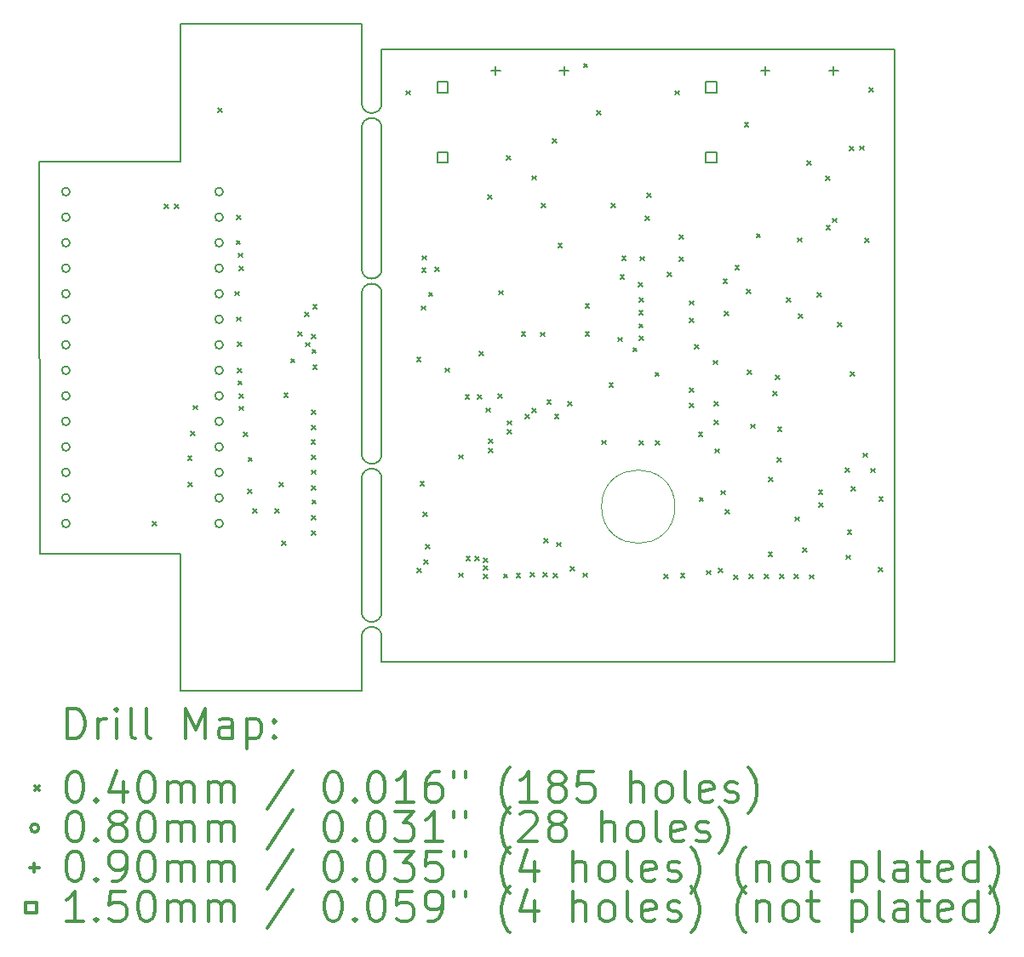
<source format=gbr>
%FSLAX45Y45*%
G04 Gerber Fmt 4.5, Leading zero omitted, Abs format (unit mm)*
G04 Created by KiCad (PCBNEW (5.0.2)-1) date 06/03/2019 17:36:26*
%MOMM*%
%LPD*%
G01*
G04 APERTURE LIST*
%ADD10C,0.150000*%
%ADD11C,0.100000*%
%ADD12C,0.200000*%
%ADD13C,0.300000*%
G04 APERTURE END LIST*
D10*
X7876000Y-14966000D02*
X7875977Y-15504396D01*
X8076000Y-9904000D02*
X8076000Y-11301000D01*
X7876000Y-13393000D02*
X7876000Y-14716000D01*
X8076000Y-11551000D02*
X8076000Y-13142000D01*
X8076000Y-13393000D02*
X8076000Y-14718000D01*
X7876000Y-11550000D02*
X7876000Y-13142000D01*
X7876000Y-9902000D02*
X7876000Y-11302000D01*
X8076000Y-14967000D02*
X8076000Y-15216000D01*
X8076000Y-11301000D02*
G75*
G02X7876000Y-11301000I-100000J0D01*
G01*
X7876000Y-11550000D02*
G75*
G02X8076000Y-11550000I100000J0D01*
G01*
X7876000Y-9902000D02*
G75*
G02X8076000Y-9902000I100000J0D01*
G01*
X8076000Y-9653000D02*
G75*
G02X7876000Y-9653000I-100000J0D01*
G01*
X7876000Y-13392000D02*
G75*
G02X8076000Y-13392000I100000J0D01*
G01*
X8076000Y-13143000D02*
G75*
G02X7876000Y-13143000I-100000J0D01*
G01*
X8076000Y-14717000D02*
G75*
G02X7876000Y-14717000I-100000J0D01*
G01*
X7876000Y-14966000D02*
G75*
G02X8076000Y-14966000I100000J0D01*
G01*
X4672000Y-10235000D02*
X4674000Y-14135000D01*
X4674000Y-14135000D02*
X6075000Y-14135000D01*
X6075000Y-14135000D02*
X6075000Y-15505000D01*
X6075000Y-15505000D02*
X7669176Y-15504569D01*
X7664176Y-15504569D02*
X7875176Y-15504569D01*
X7875000Y-8864000D02*
X7876000Y-9654000D01*
X6072000Y-8864000D02*
X7875000Y-8864000D01*
X6072000Y-10235000D02*
X6072000Y-8864000D01*
X4672000Y-10235000D02*
X6072000Y-10235000D01*
D11*
X10992000Y-13670000D02*
G75*
G03X10992000Y-13670000I-365000J0D01*
G01*
D10*
X13176000Y-15216000D02*
X13176000Y-9116000D01*
X13176000Y-15216000D02*
X8076000Y-15216000D01*
X8076000Y-9116000D02*
X8076000Y-9653000D01*
X8076000Y-9116000D02*
X13176000Y-9116000D01*
D12*
X5797978Y-13816396D02*
X5837978Y-13856396D01*
X5837978Y-13816396D02*
X5797978Y-13856396D01*
X5913977Y-10661396D02*
X5953977Y-10701396D01*
X5953977Y-10661396D02*
X5913977Y-10701396D01*
X6015977Y-10661396D02*
X6055977Y-10701396D01*
X6055977Y-10661396D02*
X6015977Y-10701396D01*
X6147977Y-13169396D02*
X6187977Y-13209396D01*
X6187977Y-13169396D02*
X6147977Y-13209396D01*
X6151977Y-13430396D02*
X6191977Y-13470396D01*
X6191977Y-13430396D02*
X6151977Y-13470396D01*
X6174977Y-12923396D02*
X6214977Y-12963396D01*
X6214977Y-12923396D02*
X6174977Y-12963396D01*
X6199977Y-12663396D02*
X6239977Y-12703396D01*
X6239977Y-12663396D02*
X6199977Y-12703396D01*
X6448977Y-9705396D02*
X6488977Y-9745396D01*
X6488977Y-9705396D02*
X6448977Y-9745396D01*
X6618977Y-11529396D02*
X6658977Y-11569396D01*
X6658977Y-11529396D02*
X6618977Y-11569396D01*
X6628977Y-11019396D02*
X6668977Y-11059396D01*
X6668977Y-11019396D02*
X6628977Y-11059396D01*
X6630977Y-10768396D02*
X6670977Y-10808396D01*
X6670977Y-10768396D02*
X6630977Y-10808396D01*
X6631977Y-11782396D02*
X6671977Y-11822396D01*
X6671977Y-11782396D02*
X6631977Y-11822396D01*
X6641977Y-12294396D02*
X6681977Y-12334396D01*
X6681977Y-12294396D02*
X6641977Y-12334396D01*
X6643977Y-12029396D02*
X6683977Y-12069396D01*
X6683977Y-12029396D02*
X6643977Y-12069396D01*
X6645977Y-12417396D02*
X6685977Y-12457396D01*
X6685977Y-12417396D02*
X6645977Y-12457396D01*
X6651000Y-11148000D02*
X6691000Y-11188000D01*
X6691000Y-11148000D02*
X6651000Y-11188000D01*
X6656977Y-12672396D02*
X6696977Y-12712396D01*
X6696977Y-12672396D02*
X6656977Y-12712396D01*
X6658469Y-11277396D02*
X6698469Y-11317396D01*
X6698469Y-11277396D02*
X6658469Y-11317396D01*
X6658469Y-12546396D02*
X6698469Y-12586396D01*
X6698469Y-12546396D02*
X6658469Y-12586396D01*
X6703470Y-12929396D02*
X6743470Y-12969396D01*
X6743470Y-12929396D02*
X6703470Y-12969396D01*
X6740977Y-13497396D02*
X6780977Y-13537396D01*
X6780977Y-13497396D02*
X6740977Y-13537396D01*
X6748471Y-13179396D02*
X6788471Y-13219396D01*
X6788471Y-13179396D02*
X6748471Y-13219396D01*
X6791977Y-13690396D02*
X6831977Y-13730396D01*
X6831977Y-13690396D02*
X6791977Y-13730396D01*
X7014977Y-13690396D02*
X7054977Y-13730396D01*
X7054977Y-13690396D02*
X7014977Y-13730396D01*
X7056977Y-13427396D02*
X7096977Y-13467396D01*
X7096977Y-13427396D02*
X7056977Y-13467396D01*
X7080977Y-14012000D02*
X7120977Y-14052000D01*
X7120977Y-14012000D02*
X7080977Y-14052000D01*
X7102977Y-12541396D02*
X7142977Y-12581396D01*
X7142977Y-12541396D02*
X7102977Y-12581396D01*
X7171977Y-12196396D02*
X7211977Y-12236396D01*
X7211977Y-12196396D02*
X7171977Y-12236396D01*
X7242977Y-11933396D02*
X7282977Y-11973396D01*
X7282977Y-11933396D02*
X7242977Y-11973396D01*
X7312000Y-11737000D02*
X7352000Y-11777000D01*
X7352000Y-11737000D02*
X7312000Y-11777000D01*
X7317977Y-12035396D02*
X7357977Y-12075396D01*
X7357977Y-12035396D02*
X7317977Y-12075396D01*
X7375478Y-13003396D02*
X7415478Y-13043396D01*
X7415478Y-13003396D02*
X7375478Y-13043396D01*
X7375977Y-12861396D02*
X7415977Y-12901396D01*
X7415977Y-12861396D02*
X7375977Y-12901396D01*
X7375977Y-13757396D02*
X7415977Y-13797396D01*
X7415977Y-13757396D02*
X7375977Y-13797396D01*
X7376977Y-13306396D02*
X7416977Y-13346396D01*
X7416977Y-13306396D02*
X7376977Y-13346396D01*
X7376977Y-13911396D02*
X7416977Y-13951396D01*
X7416977Y-13911396D02*
X7376977Y-13951396D01*
X7377977Y-11956396D02*
X7417977Y-11996396D01*
X7417977Y-11956396D02*
X7377977Y-11996396D01*
X7378977Y-13156396D02*
X7418977Y-13196396D01*
X7418977Y-13156396D02*
X7378977Y-13196396D01*
X7379977Y-13460396D02*
X7419977Y-13500396D01*
X7419977Y-13460396D02*
X7379977Y-13500396D01*
X7380977Y-12706396D02*
X7420977Y-12746396D01*
X7420977Y-12706396D02*
X7380977Y-12746396D01*
X7381977Y-12104396D02*
X7421977Y-12144396D01*
X7421977Y-12104396D02*
X7381977Y-12144396D01*
X7382977Y-13603396D02*
X7422977Y-13643396D01*
X7422977Y-13603396D02*
X7382977Y-13643396D01*
X7390977Y-12261396D02*
X7430977Y-12301396D01*
X7430977Y-12261396D02*
X7390977Y-12301396D01*
X7391977Y-11658396D02*
X7431977Y-11698396D01*
X7431977Y-11658396D02*
X7391977Y-11698396D01*
X8320000Y-9530000D02*
X8360000Y-9570000D01*
X8360000Y-9530000D02*
X8320000Y-9570000D01*
X8424000Y-12187000D02*
X8464000Y-12227000D01*
X8464000Y-12187000D02*
X8424000Y-12227000D01*
X8431000Y-14282000D02*
X8471000Y-14322000D01*
X8471000Y-14282000D02*
X8431000Y-14322000D01*
X8458000Y-13423000D02*
X8498000Y-13463000D01*
X8498000Y-13423000D02*
X8458000Y-13463000D01*
X8474000Y-11672000D02*
X8514000Y-11712000D01*
X8514000Y-11672000D02*
X8474000Y-11712000D01*
X8475000Y-11293000D02*
X8515000Y-11333000D01*
X8515000Y-11293000D02*
X8475000Y-11333000D01*
X8479000Y-11172000D02*
X8519000Y-11212000D01*
X8519000Y-11172000D02*
X8479000Y-11212000D01*
X8486000Y-13725000D02*
X8526000Y-13765000D01*
X8526000Y-13725000D02*
X8486000Y-13765000D01*
X8494000Y-14201000D02*
X8534000Y-14241000D01*
X8534000Y-14201000D02*
X8494000Y-14241000D01*
X8512000Y-14046000D02*
X8552000Y-14086000D01*
X8552000Y-14046000D02*
X8512000Y-14086000D01*
X8542000Y-11536000D02*
X8582000Y-11576000D01*
X8582000Y-11536000D02*
X8542000Y-11576000D01*
X8608000Y-11285000D02*
X8648000Y-11325000D01*
X8648000Y-11285000D02*
X8608000Y-11325000D01*
X8709000Y-12291000D02*
X8749000Y-12331000D01*
X8749000Y-12291000D02*
X8709000Y-12331000D01*
X8846000Y-13153000D02*
X8886000Y-13193000D01*
X8886000Y-13153000D02*
X8846000Y-13193000D01*
X8846000Y-14330000D02*
X8886000Y-14370000D01*
X8886000Y-14330000D02*
X8846000Y-14370000D01*
X8905998Y-12554998D02*
X8945998Y-12594998D01*
X8945998Y-12554998D02*
X8905998Y-12594998D01*
X8916000Y-14165000D02*
X8956000Y-14205000D01*
X8956000Y-14165000D02*
X8916000Y-14205000D01*
X9002001Y-14164975D02*
X9042001Y-14204975D01*
X9042001Y-14164975D02*
X9002001Y-14204975D01*
X9031000Y-12554000D02*
X9071000Y-12594000D01*
X9071000Y-12554000D02*
X9031000Y-12594000D01*
X9044000Y-12126000D02*
X9084000Y-12166000D01*
X9084000Y-12126000D02*
X9044000Y-12166000D01*
X9088284Y-14341901D02*
X9128284Y-14381901D01*
X9128284Y-14341901D02*
X9088284Y-14381901D01*
X9089955Y-14260498D02*
X9129955Y-14300498D01*
X9129955Y-14260498D02*
X9089955Y-14300498D01*
X9091000Y-14180503D02*
X9131000Y-14220503D01*
X9131000Y-14180503D02*
X9091000Y-14220503D01*
X9115000Y-12689000D02*
X9155000Y-12729000D01*
X9155000Y-12689000D02*
X9115000Y-12729000D01*
X9130000Y-10570000D02*
X9170000Y-10610000D01*
X9170000Y-10570000D02*
X9130000Y-10610000D01*
X9137000Y-13089000D02*
X9177000Y-13129000D01*
X9177000Y-13089000D02*
X9137000Y-13129000D01*
X9137009Y-12995057D02*
X9177009Y-13035057D01*
X9177009Y-12995057D02*
X9137009Y-13035057D01*
X9233000Y-12546000D02*
X9273000Y-12586000D01*
X9273000Y-12546000D02*
X9233000Y-12586000D01*
X9242500Y-11520000D02*
X9282500Y-11560000D01*
X9282500Y-11520000D02*
X9242500Y-11560000D01*
X9288000Y-14339000D02*
X9328000Y-14379000D01*
X9328000Y-14339000D02*
X9288000Y-14379000D01*
X9319000Y-10177000D02*
X9359000Y-10217000D01*
X9359000Y-10177000D02*
X9319000Y-10217000D01*
X9328305Y-12904695D02*
X9368305Y-12944695D01*
X9368305Y-12904695D02*
X9328305Y-12944695D01*
X9328306Y-12816306D02*
X9368306Y-12856306D01*
X9368306Y-12816306D02*
X9328306Y-12856306D01*
X9415000Y-14335000D02*
X9455000Y-14375000D01*
X9455000Y-14335000D02*
X9415000Y-14375000D01*
X9466000Y-11929000D02*
X9506000Y-11969000D01*
X9506000Y-11929000D02*
X9466000Y-11969000D01*
X9502001Y-12753806D02*
X9542001Y-12793806D01*
X9542001Y-12753806D02*
X9502001Y-12793806D01*
X9553001Y-14328001D02*
X9593001Y-14368001D01*
X9593001Y-14328001D02*
X9553001Y-14368001D01*
X9569000Y-10377000D02*
X9609000Y-10417000D01*
X9609000Y-10377000D02*
X9569000Y-10417000D01*
X9573000Y-12691306D02*
X9613000Y-12731306D01*
X9613000Y-12691306D02*
X9573000Y-12731306D01*
X9658000Y-11934000D02*
X9698000Y-11974000D01*
X9698000Y-11934000D02*
X9658000Y-11974000D01*
X9662500Y-10655000D02*
X9702500Y-10695000D01*
X9702500Y-10655000D02*
X9662500Y-10695000D01*
X9682000Y-14324390D02*
X9722000Y-14364390D01*
X9722000Y-14324390D02*
X9682000Y-14364390D01*
X9691000Y-13988000D02*
X9731000Y-14028000D01*
X9731000Y-13988000D02*
X9691000Y-14028000D01*
X9720000Y-12605000D02*
X9760000Y-12645000D01*
X9760000Y-12605000D02*
X9720000Y-12645000D01*
X9775000Y-10007500D02*
X9815000Y-10047500D01*
X9815000Y-10007500D02*
X9775000Y-10047500D01*
X9782000Y-14336000D02*
X9822000Y-14376000D01*
X9822000Y-14336000D02*
X9782000Y-14376000D01*
X9796000Y-12752000D02*
X9836000Y-12792000D01*
X9836000Y-12752000D02*
X9796000Y-12792000D01*
X9817805Y-14025195D02*
X9857805Y-14065195D01*
X9857805Y-14025195D02*
X9817805Y-14065195D01*
X9829000Y-11050000D02*
X9869000Y-11090000D01*
X9869000Y-11050000D02*
X9829000Y-11090000D01*
X9929500Y-12621806D02*
X9969500Y-12661806D01*
X9969500Y-12621806D02*
X9929500Y-12661806D01*
X9951000Y-14266502D02*
X9991000Y-14306502D01*
X9991000Y-14266502D02*
X9951000Y-14306502D01*
X10077000Y-14331000D02*
X10117000Y-14371000D01*
X10117000Y-14331000D02*
X10077000Y-14371000D01*
X10085000Y-9260000D02*
X10125000Y-9300000D01*
X10125000Y-9260000D02*
X10085000Y-9300000D01*
X10100000Y-11652000D02*
X10140000Y-11692000D01*
X10140000Y-11652000D02*
X10100000Y-11692000D01*
X10101000Y-11928000D02*
X10141000Y-11968000D01*
X10141000Y-11928000D02*
X10101000Y-11968000D01*
X10217500Y-9727500D02*
X10257500Y-9767500D01*
X10257500Y-9727500D02*
X10217500Y-9767500D01*
X10269000Y-13010000D02*
X10309000Y-13050000D01*
X10309000Y-13010000D02*
X10269000Y-13050000D01*
X10337500Y-12440000D02*
X10377500Y-12480000D01*
X10377500Y-12440000D02*
X10337500Y-12480000D01*
X10361000Y-10655000D02*
X10401000Y-10695000D01*
X10401000Y-10655000D02*
X10361000Y-10695000D01*
X10425000Y-11985000D02*
X10465000Y-12025000D01*
X10465000Y-11985000D02*
X10425000Y-12025000D01*
X10447732Y-11363799D02*
X10487732Y-11403799D01*
X10487732Y-11363799D02*
X10447732Y-11403799D01*
X10464000Y-11175000D02*
X10504000Y-11215000D01*
X10504000Y-11175000D02*
X10464000Y-11215000D01*
X10574000Y-12088000D02*
X10614000Y-12128000D01*
X10614000Y-12088000D02*
X10574000Y-12128000D01*
X10629287Y-11438713D02*
X10669287Y-11478713D01*
X10669287Y-11438713D02*
X10629287Y-11478713D01*
X10634000Y-11720500D02*
X10674000Y-11760500D01*
X10674000Y-11720500D02*
X10634000Y-11760500D01*
X10635000Y-11849000D02*
X10675000Y-11889000D01*
X10675000Y-11849000D02*
X10635000Y-11889000D01*
X10637500Y-11972500D02*
X10677500Y-12012500D01*
X10677500Y-11972500D02*
X10637500Y-12012500D01*
X10638000Y-13014000D02*
X10678000Y-13054000D01*
X10678000Y-13014000D02*
X10638000Y-13054000D01*
X10640000Y-11593500D02*
X10680000Y-11633500D01*
X10680000Y-11593500D02*
X10640000Y-11633500D01*
X10647000Y-11180000D02*
X10687000Y-11220000D01*
X10687000Y-11180000D02*
X10647000Y-11220000D01*
X10697500Y-10780000D02*
X10737500Y-10820000D01*
X10737500Y-10780000D02*
X10697500Y-10820000D01*
X10717000Y-10550000D02*
X10757000Y-10590000D01*
X10757000Y-10550000D02*
X10717000Y-10590000D01*
X10795000Y-12332000D02*
X10835000Y-12372000D01*
X10835000Y-12332000D02*
X10795000Y-12372000D01*
X10797000Y-13017000D02*
X10837000Y-13057000D01*
X10837000Y-13017000D02*
X10797000Y-13057000D01*
X10885000Y-14341505D02*
X10925000Y-14381505D01*
X10925000Y-14341505D02*
X10885000Y-14381505D01*
X10918000Y-11339000D02*
X10958000Y-11379000D01*
X10958000Y-11339000D02*
X10918000Y-11379000D01*
X10992500Y-9530000D02*
X11032500Y-9570000D01*
X11032500Y-9530000D02*
X10992500Y-9570000D01*
X11034000Y-10968000D02*
X11074000Y-11008000D01*
X11074000Y-10968000D02*
X11034000Y-11008000D01*
X11034000Y-11184000D02*
X11074000Y-11224000D01*
X11074000Y-11184000D02*
X11034000Y-11224000D01*
X11048000Y-14332000D02*
X11088000Y-14372000D01*
X11088000Y-14332000D02*
X11048000Y-14372000D01*
X11137000Y-11621000D02*
X11177000Y-11661000D01*
X11177000Y-11621000D02*
X11137000Y-11661000D01*
X11137000Y-11795500D02*
X11177000Y-11835500D01*
X11177000Y-11795500D02*
X11137000Y-11835500D01*
X11140999Y-12487000D02*
X11180999Y-12527000D01*
X11180999Y-12487000D02*
X11140999Y-12527000D01*
X11140999Y-12644000D02*
X11180999Y-12684000D01*
X11180999Y-12644000D02*
X11140999Y-12684000D01*
X11186000Y-12058000D02*
X11226000Y-12098000D01*
X11226000Y-12058000D02*
X11186000Y-12098000D01*
X11228067Y-12928999D02*
X11268067Y-12968999D01*
X11268067Y-12928999D02*
X11228067Y-12968999D01*
X11235000Y-13577000D02*
X11275000Y-13617000D01*
X11275000Y-13577000D02*
X11235000Y-13617000D01*
X11308000Y-14306000D02*
X11348000Y-14346000D01*
X11348000Y-14306000D02*
X11308000Y-14346000D01*
X11378000Y-12215000D02*
X11418000Y-12255000D01*
X11418000Y-12215000D02*
X11378000Y-12255000D01*
X11381000Y-12622000D02*
X11421000Y-12662000D01*
X11421000Y-12622000D02*
X11381000Y-12662000D01*
X11385000Y-12809000D02*
X11425000Y-12849000D01*
X11425000Y-12809000D02*
X11385000Y-12849000D01*
X11394000Y-13095001D02*
X11434000Y-13135001D01*
X11434000Y-13095001D02*
X11394000Y-13135001D01*
X11424000Y-14283000D02*
X11464000Y-14323000D01*
X11464000Y-14283000D02*
X11424000Y-14323000D01*
X11451000Y-13509000D02*
X11491000Y-13549000D01*
X11491000Y-13509000D02*
X11451000Y-13549000D01*
X11473000Y-11404000D02*
X11513000Y-11444000D01*
X11513000Y-11404000D02*
X11473000Y-11444000D01*
X11487000Y-11727000D02*
X11527000Y-11767000D01*
X11527000Y-11727000D02*
X11487000Y-11767000D01*
X11493000Y-13698000D02*
X11533000Y-13738000D01*
X11533000Y-13698000D02*
X11493000Y-13738000D01*
X11580000Y-14349501D02*
X11620000Y-14389501D01*
X11620000Y-14349501D02*
X11580000Y-14389501D01*
X11590000Y-11270000D02*
X11630000Y-11310000D01*
X11630000Y-11270000D02*
X11590000Y-11310000D01*
X11684000Y-9849000D02*
X11724000Y-9889000D01*
X11724000Y-9849000D02*
X11684000Y-9889000D01*
X11704000Y-11509000D02*
X11744000Y-11549000D01*
X11744000Y-11509000D02*
X11704000Y-11549000D01*
X11712000Y-12314000D02*
X11752000Y-12354000D01*
X11752000Y-12314000D02*
X11712000Y-12354000D01*
X11731000Y-14344000D02*
X11771000Y-14384000D01*
X11771000Y-14344000D02*
X11731000Y-14384000D01*
X11747000Y-12849000D02*
X11787000Y-12889000D01*
X11787000Y-12849000D02*
X11747000Y-12889000D01*
X11802500Y-10952500D02*
X11842500Y-10992500D01*
X11842500Y-10952500D02*
X11802500Y-10992500D01*
X11881000Y-14344000D02*
X11921000Y-14384000D01*
X11921000Y-14344000D02*
X11881000Y-14384000D01*
X11921000Y-14120502D02*
X11961000Y-14160502D01*
X11961000Y-14120502D02*
X11921000Y-14160502D01*
X11922500Y-13380000D02*
X11962500Y-13420000D01*
X11962500Y-13380000D02*
X11922500Y-13420000D01*
X11970000Y-12525000D02*
X12010000Y-12565000D01*
X12010000Y-12525000D02*
X11970000Y-12565000D01*
X11993000Y-12362000D02*
X12033000Y-12402000D01*
X12033000Y-12362000D02*
X11993000Y-12402000D01*
X12012000Y-13186000D02*
X12052000Y-13226000D01*
X12052000Y-13186000D02*
X12012000Y-13226000D01*
X12014000Y-12877000D02*
X12054000Y-12917000D01*
X12054000Y-12877000D02*
X12014000Y-12917000D01*
X12035000Y-14342000D02*
X12075000Y-14382000D01*
X12075000Y-14342000D02*
X12035000Y-14382000D01*
X12105000Y-11594000D02*
X12145000Y-11634000D01*
X12145000Y-11594000D02*
X12105000Y-11634000D01*
X12182000Y-14343000D02*
X12222000Y-14383000D01*
X12222000Y-14343000D02*
X12182000Y-14383000D01*
X12187000Y-13771000D02*
X12227000Y-13811000D01*
X12227000Y-13771000D02*
X12187000Y-13811000D01*
X12215000Y-10996000D02*
X12255000Y-11036000D01*
X12255000Y-10996000D02*
X12215000Y-11036000D01*
X12221000Y-11751000D02*
X12261000Y-11791000D01*
X12261000Y-11751000D02*
X12221000Y-11791000D01*
X12267000Y-14079000D02*
X12307000Y-14119000D01*
X12307000Y-14079000D02*
X12267000Y-14119000D01*
X12306000Y-10229000D02*
X12346000Y-10269000D01*
X12346000Y-10229000D02*
X12306000Y-10269000D01*
X12328999Y-14347000D02*
X12368999Y-14387000D01*
X12368999Y-14347000D02*
X12328999Y-14387000D01*
X12410000Y-11540000D02*
X12450000Y-11580000D01*
X12450000Y-11540000D02*
X12410000Y-11580000D01*
X12421000Y-13508000D02*
X12461000Y-13548000D01*
X12461000Y-13508000D02*
X12421000Y-13548000D01*
X12423000Y-13635000D02*
X12463000Y-13675000D01*
X12463000Y-13635000D02*
X12423000Y-13675000D01*
X12494000Y-10382500D02*
X12534000Y-10422500D01*
X12534000Y-10382500D02*
X12494000Y-10422500D01*
X12496000Y-10871000D02*
X12536000Y-10911000D01*
X12536000Y-10871000D02*
X12496000Y-10911000D01*
X12558500Y-10801000D02*
X12598500Y-10841000D01*
X12598500Y-10801000D02*
X12558500Y-10841000D01*
X12610000Y-11840000D02*
X12650000Y-11880000D01*
X12650000Y-11840000D02*
X12610000Y-11880000D01*
X12687000Y-13288000D02*
X12727000Y-13328000D01*
X12727000Y-13288000D02*
X12687000Y-13328000D01*
X12698000Y-14154000D02*
X12738000Y-14194000D01*
X12738000Y-14154000D02*
X12698000Y-14194000D01*
X12708000Y-13905000D02*
X12748000Y-13945000D01*
X12748000Y-13905000D02*
X12708000Y-13945000D01*
X12728000Y-10084000D02*
X12768000Y-10124000D01*
X12768000Y-10084000D02*
X12728000Y-10124000D01*
X12737500Y-12330000D02*
X12777500Y-12370000D01*
X12777500Y-12330000D02*
X12737500Y-12370000D01*
X12745000Y-13470000D02*
X12785000Y-13510000D01*
X12785000Y-13470000D02*
X12745000Y-13510000D01*
X12831000Y-10081000D02*
X12871000Y-10121000D01*
X12871000Y-10081000D02*
X12831000Y-10121000D01*
X12867000Y-13137999D02*
X12907000Y-13177999D01*
X12907000Y-13137999D02*
X12867000Y-13177999D01*
X12880000Y-10997500D02*
X12920000Y-11037500D01*
X12920000Y-10997500D02*
X12880000Y-11037500D01*
X12925000Y-9497500D02*
X12965000Y-9537500D01*
X12965000Y-9497500D02*
X12925000Y-9537500D01*
X12943000Y-13290000D02*
X12983000Y-13330000D01*
X12983000Y-13290000D02*
X12943000Y-13330000D01*
X13017998Y-14275000D02*
X13057998Y-14315000D01*
X13057998Y-14275000D02*
X13017998Y-14315000D01*
X13021000Y-13572000D02*
X13061000Y-13612000D01*
X13061000Y-13572000D02*
X13021000Y-13612000D01*
X4973978Y-10534396D02*
G75*
G03X4973978Y-10534396I-40000J0D01*
G01*
X4973978Y-10788396D02*
G75*
G03X4973978Y-10788396I-40000J0D01*
G01*
X4973978Y-11042396D02*
G75*
G03X4973978Y-11042396I-40000J0D01*
G01*
X4973978Y-11296396D02*
G75*
G03X4973978Y-11296396I-40000J0D01*
G01*
X4973978Y-11550396D02*
G75*
G03X4973978Y-11550396I-40000J0D01*
G01*
X4973978Y-11804396D02*
G75*
G03X4973978Y-11804396I-40000J0D01*
G01*
X4973978Y-12058396D02*
G75*
G03X4973978Y-12058396I-40000J0D01*
G01*
X4973978Y-12312396D02*
G75*
G03X4973978Y-12312396I-40000J0D01*
G01*
X4973978Y-12566396D02*
G75*
G03X4973978Y-12566396I-40000J0D01*
G01*
X4973978Y-12820396D02*
G75*
G03X4973978Y-12820396I-40000J0D01*
G01*
X4973978Y-13074396D02*
G75*
G03X4973978Y-13074396I-40000J0D01*
G01*
X4973978Y-13328396D02*
G75*
G03X4973978Y-13328396I-40000J0D01*
G01*
X4973978Y-13582396D02*
G75*
G03X4973978Y-13582396I-40000J0D01*
G01*
X4973978Y-13836396D02*
G75*
G03X4973978Y-13836396I-40000J0D01*
G01*
X6497977Y-10534396D02*
G75*
G03X6497977Y-10534396I-40000J0D01*
G01*
X6497977Y-10788396D02*
G75*
G03X6497977Y-10788396I-40000J0D01*
G01*
X6497977Y-11042396D02*
G75*
G03X6497977Y-11042396I-40000J0D01*
G01*
X6497977Y-11296396D02*
G75*
G03X6497977Y-11296396I-40000J0D01*
G01*
X6497977Y-11550396D02*
G75*
G03X6497977Y-11550396I-40000J0D01*
G01*
X6497977Y-11804396D02*
G75*
G03X6497977Y-11804396I-40000J0D01*
G01*
X6497977Y-12058396D02*
G75*
G03X6497977Y-12058396I-40000J0D01*
G01*
X6497977Y-12312396D02*
G75*
G03X6497977Y-12312396I-40000J0D01*
G01*
X6497977Y-12566396D02*
G75*
G03X6497977Y-12566396I-40000J0D01*
G01*
X6497977Y-12820396D02*
G75*
G03X6497977Y-12820396I-40000J0D01*
G01*
X6497977Y-13074396D02*
G75*
G03X6497977Y-13074396I-40000J0D01*
G01*
X6497977Y-13328396D02*
G75*
G03X6497977Y-13328396I-40000J0D01*
G01*
X6497977Y-13582396D02*
G75*
G03X6497977Y-13582396I-40000J0D01*
G01*
X6497977Y-13836396D02*
G75*
G03X6497977Y-13836396I-40000J0D01*
G01*
X11890000Y-9285000D02*
X11890000Y-9375000D01*
X11845000Y-9330000D02*
X11935000Y-9330000D01*
X12570000Y-9285000D02*
X12570000Y-9375000D01*
X12525000Y-9330000D02*
X12615000Y-9330000D01*
X9210000Y-9285000D02*
X9210000Y-9375000D01*
X9165000Y-9330000D02*
X9255000Y-9330000D01*
X9890000Y-9285000D02*
X9890000Y-9375000D01*
X9845000Y-9330000D02*
X9935000Y-9330000D01*
X8733034Y-9548034D02*
X8733034Y-9441967D01*
X8626967Y-9441967D01*
X8626967Y-9548034D01*
X8733034Y-9548034D01*
X8733034Y-10248034D02*
X8733034Y-10141967D01*
X8626967Y-10141967D01*
X8626967Y-10248034D01*
X8733034Y-10248034D01*
X11405533Y-9548034D02*
X11405533Y-9441967D01*
X11299466Y-9441967D01*
X11299466Y-9548034D01*
X11405533Y-9548034D01*
X11405533Y-10248034D02*
X11405533Y-10141967D01*
X11299466Y-10141967D01*
X11299466Y-10248034D01*
X11405533Y-10248034D01*
D13*
X4950928Y-15978214D02*
X4950928Y-15678214D01*
X5022357Y-15678214D01*
X5065214Y-15692500D01*
X5093786Y-15721071D01*
X5108071Y-15749643D01*
X5122357Y-15806786D01*
X5122357Y-15849643D01*
X5108071Y-15906786D01*
X5093786Y-15935357D01*
X5065214Y-15963929D01*
X5022357Y-15978214D01*
X4950928Y-15978214D01*
X5250928Y-15978214D02*
X5250928Y-15778214D01*
X5250928Y-15835357D02*
X5265214Y-15806786D01*
X5279500Y-15792500D01*
X5308071Y-15778214D01*
X5336643Y-15778214D01*
X5436643Y-15978214D02*
X5436643Y-15778214D01*
X5436643Y-15678214D02*
X5422357Y-15692500D01*
X5436643Y-15706786D01*
X5450928Y-15692500D01*
X5436643Y-15678214D01*
X5436643Y-15706786D01*
X5622357Y-15978214D02*
X5593786Y-15963929D01*
X5579500Y-15935357D01*
X5579500Y-15678214D01*
X5779500Y-15978214D02*
X5750928Y-15963929D01*
X5736643Y-15935357D01*
X5736643Y-15678214D01*
X6122357Y-15978214D02*
X6122357Y-15678214D01*
X6222357Y-15892500D01*
X6322357Y-15678214D01*
X6322357Y-15978214D01*
X6593786Y-15978214D02*
X6593786Y-15821071D01*
X6579500Y-15792500D01*
X6550928Y-15778214D01*
X6493786Y-15778214D01*
X6465214Y-15792500D01*
X6593786Y-15963929D02*
X6565214Y-15978214D01*
X6493786Y-15978214D01*
X6465214Y-15963929D01*
X6450928Y-15935357D01*
X6450928Y-15906786D01*
X6465214Y-15878214D01*
X6493786Y-15863929D01*
X6565214Y-15863929D01*
X6593786Y-15849643D01*
X6736643Y-15778214D02*
X6736643Y-16078214D01*
X6736643Y-15792500D02*
X6765214Y-15778214D01*
X6822357Y-15778214D01*
X6850928Y-15792500D01*
X6865214Y-15806786D01*
X6879500Y-15835357D01*
X6879500Y-15921071D01*
X6865214Y-15949643D01*
X6850928Y-15963929D01*
X6822357Y-15978214D01*
X6765214Y-15978214D01*
X6736643Y-15963929D01*
X7008071Y-15949643D02*
X7022357Y-15963929D01*
X7008071Y-15978214D01*
X6993786Y-15963929D01*
X7008071Y-15949643D01*
X7008071Y-15978214D01*
X7008071Y-15792500D02*
X7022357Y-15806786D01*
X7008071Y-15821071D01*
X6993786Y-15806786D01*
X7008071Y-15792500D01*
X7008071Y-15821071D01*
X4624500Y-16452500D02*
X4664500Y-16492500D01*
X4664500Y-16452500D02*
X4624500Y-16492500D01*
X5008071Y-16308214D02*
X5036643Y-16308214D01*
X5065214Y-16322500D01*
X5079500Y-16336786D01*
X5093786Y-16365357D01*
X5108071Y-16422500D01*
X5108071Y-16493929D01*
X5093786Y-16551071D01*
X5079500Y-16579643D01*
X5065214Y-16593929D01*
X5036643Y-16608214D01*
X5008071Y-16608214D01*
X4979500Y-16593929D01*
X4965214Y-16579643D01*
X4950928Y-16551071D01*
X4936643Y-16493929D01*
X4936643Y-16422500D01*
X4950928Y-16365357D01*
X4965214Y-16336786D01*
X4979500Y-16322500D01*
X5008071Y-16308214D01*
X5236643Y-16579643D02*
X5250928Y-16593929D01*
X5236643Y-16608214D01*
X5222357Y-16593929D01*
X5236643Y-16579643D01*
X5236643Y-16608214D01*
X5508071Y-16408214D02*
X5508071Y-16608214D01*
X5436643Y-16293929D02*
X5365214Y-16508214D01*
X5550928Y-16508214D01*
X5722357Y-16308214D02*
X5750928Y-16308214D01*
X5779500Y-16322500D01*
X5793786Y-16336786D01*
X5808071Y-16365357D01*
X5822357Y-16422500D01*
X5822357Y-16493929D01*
X5808071Y-16551071D01*
X5793786Y-16579643D01*
X5779500Y-16593929D01*
X5750928Y-16608214D01*
X5722357Y-16608214D01*
X5693786Y-16593929D01*
X5679500Y-16579643D01*
X5665214Y-16551071D01*
X5650928Y-16493929D01*
X5650928Y-16422500D01*
X5665214Y-16365357D01*
X5679500Y-16336786D01*
X5693786Y-16322500D01*
X5722357Y-16308214D01*
X5950928Y-16608214D02*
X5950928Y-16408214D01*
X5950928Y-16436786D02*
X5965214Y-16422500D01*
X5993786Y-16408214D01*
X6036643Y-16408214D01*
X6065214Y-16422500D01*
X6079500Y-16451071D01*
X6079500Y-16608214D01*
X6079500Y-16451071D02*
X6093786Y-16422500D01*
X6122357Y-16408214D01*
X6165214Y-16408214D01*
X6193786Y-16422500D01*
X6208071Y-16451071D01*
X6208071Y-16608214D01*
X6350928Y-16608214D02*
X6350928Y-16408214D01*
X6350928Y-16436786D02*
X6365214Y-16422500D01*
X6393786Y-16408214D01*
X6436643Y-16408214D01*
X6465214Y-16422500D01*
X6479500Y-16451071D01*
X6479500Y-16608214D01*
X6479500Y-16451071D02*
X6493786Y-16422500D01*
X6522357Y-16408214D01*
X6565214Y-16408214D01*
X6593786Y-16422500D01*
X6608071Y-16451071D01*
X6608071Y-16608214D01*
X7193786Y-16293929D02*
X6936643Y-16679643D01*
X7579500Y-16308214D02*
X7608071Y-16308214D01*
X7636643Y-16322500D01*
X7650928Y-16336786D01*
X7665214Y-16365357D01*
X7679500Y-16422500D01*
X7679500Y-16493929D01*
X7665214Y-16551071D01*
X7650928Y-16579643D01*
X7636643Y-16593929D01*
X7608071Y-16608214D01*
X7579500Y-16608214D01*
X7550928Y-16593929D01*
X7536643Y-16579643D01*
X7522357Y-16551071D01*
X7508071Y-16493929D01*
X7508071Y-16422500D01*
X7522357Y-16365357D01*
X7536643Y-16336786D01*
X7550928Y-16322500D01*
X7579500Y-16308214D01*
X7808071Y-16579643D02*
X7822357Y-16593929D01*
X7808071Y-16608214D01*
X7793786Y-16593929D01*
X7808071Y-16579643D01*
X7808071Y-16608214D01*
X8008071Y-16308214D02*
X8036643Y-16308214D01*
X8065214Y-16322500D01*
X8079500Y-16336786D01*
X8093786Y-16365357D01*
X8108071Y-16422500D01*
X8108071Y-16493929D01*
X8093786Y-16551071D01*
X8079500Y-16579643D01*
X8065214Y-16593929D01*
X8036643Y-16608214D01*
X8008071Y-16608214D01*
X7979500Y-16593929D01*
X7965214Y-16579643D01*
X7950928Y-16551071D01*
X7936643Y-16493929D01*
X7936643Y-16422500D01*
X7950928Y-16365357D01*
X7965214Y-16336786D01*
X7979500Y-16322500D01*
X8008071Y-16308214D01*
X8393786Y-16608214D02*
X8222357Y-16608214D01*
X8308071Y-16608214D02*
X8308071Y-16308214D01*
X8279500Y-16351071D01*
X8250928Y-16379643D01*
X8222357Y-16393929D01*
X8650928Y-16308214D02*
X8593786Y-16308214D01*
X8565214Y-16322500D01*
X8550928Y-16336786D01*
X8522357Y-16379643D01*
X8508071Y-16436786D01*
X8508071Y-16551071D01*
X8522357Y-16579643D01*
X8536643Y-16593929D01*
X8565214Y-16608214D01*
X8622357Y-16608214D01*
X8650928Y-16593929D01*
X8665214Y-16579643D01*
X8679500Y-16551071D01*
X8679500Y-16479643D01*
X8665214Y-16451071D01*
X8650928Y-16436786D01*
X8622357Y-16422500D01*
X8565214Y-16422500D01*
X8536643Y-16436786D01*
X8522357Y-16451071D01*
X8508071Y-16479643D01*
X8793786Y-16308214D02*
X8793786Y-16365357D01*
X8908071Y-16308214D02*
X8908071Y-16365357D01*
X9350928Y-16722500D02*
X9336643Y-16708214D01*
X9308071Y-16665357D01*
X9293786Y-16636786D01*
X9279500Y-16593929D01*
X9265214Y-16522500D01*
X9265214Y-16465357D01*
X9279500Y-16393929D01*
X9293786Y-16351071D01*
X9308071Y-16322500D01*
X9336643Y-16279643D01*
X9350928Y-16265357D01*
X9622357Y-16608214D02*
X9450928Y-16608214D01*
X9536643Y-16608214D02*
X9536643Y-16308214D01*
X9508071Y-16351071D01*
X9479500Y-16379643D01*
X9450928Y-16393929D01*
X9793786Y-16436786D02*
X9765214Y-16422500D01*
X9750928Y-16408214D01*
X9736643Y-16379643D01*
X9736643Y-16365357D01*
X9750928Y-16336786D01*
X9765214Y-16322500D01*
X9793786Y-16308214D01*
X9850928Y-16308214D01*
X9879500Y-16322500D01*
X9893786Y-16336786D01*
X9908071Y-16365357D01*
X9908071Y-16379643D01*
X9893786Y-16408214D01*
X9879500Y-16422500D01*
X9850928Y-16436786D01*
X9793786Y-16436786D01*
X9765214Y-16451071D01*
X9750928Y-16465357D01*
X9736643Y-16493929D01*
X9736643Y-16551071D01*
X9750928Y-16579643D01*
X9765214Y-16593929D01*
X9793786Y-16608214D01*
X9850928Y-16608214D01*
X9879500Y-16593929D01*
X9893786Y-16579643D01*
X9908071Y-16551071D01*
X9908071Y-16493929D01*
X9893786Y-16465357D01*
X9879500Y-16451071D01*
X9850928Y-16436786D01*
X10179500Y-16308214D02*
X10036643Y-16308214D01*
X10022357Y-16451071D01*
X10036643Y-16436786D01*
X10065214Y-16422500D01*
X10136643Y-16422500D01*
X10165214Y-16436786D01*
X10179500Y-16451071D01*
X10193786Y-16479643D01*
X10193786Y-16551071D01*
X10179500Y-16579643D01*
X10165214Y-16593929D01*
X10136643Y-16608214D01*
X10065214Y-16608214D01*
X10036643Y-16593929D01*
X10022357Y-16579643D01*
X10550928Y-16608214D02*
X10550928Y-16308214D01*
X10679500Y-16608214D02*
X10679500Y-16451071D01*
X10665214Y-16422500D01*
X10636643Y-16408214D01*
X10593786Y-16408214D01*
X10565214Y-16422500D01*
X10550928Y-16436786D01*
X10865214Y-16608214D02*
X10836643Y-16593929D01*
X10822357Y-16579643D01*
X10808071Y-16551071D01*
X10808071Y-16465357D01*
X10822357Y-16436786D01*
X10836643Y-16422500D01*
X10865214Y-16408214D01*
X10908071Y-16408214D01*
X10936643Y-16422500D01*
X10950928Y-16436786D01*
X10965214Y-16465357D01*
X10965214Y-16551071D01*
X10950928Y-16579643D01*
X10936643Y-16593929D01*
X10908071Y-16608214D01*
X10865214Y-16608214D01*
X11136643Y-16608214D02*
X11108071Y-16593929D01*
X11093786Y-16565357D01*
X11093786Y-16308214D01*
X11365214Y-16593929D02*
X11336643Y-16608214D01*
X11279500Y-16608214D01*
X11250928Y-16593929D01*
X11236643Y-16565357D01*
X11236643Y-16451071D01*
X11250928Y-16422500D01*
X11279500Y-16408214D01*
X11336643Y-16408214D01*
X11365214Y-16422500D01*
X11379500Y-16451071D01*
X11379500Y-16479643D01*
X11236643Y-16508214D01*
X11493786Y-16593929D02*
X11522357Y-16608214D01*
X11579500Y-16608214D01*
X11608071Y-16593929D01*
X11622357Y-16565357D01*
X11622357Y-16551071D01*
X11608071Y-16522500D01*
X11579500Y-16508214D01*
X11536643Y-16508214D01*
X11508071Y-16493929D01*
X11493786Y-16465357D01*
X11493786Y-16451071D01*
X11508071Y-16422500D01*
X11536643Y-16408214D01*
X11579500Y-16408214D01*
X11608071Y-16422500D01*
X11722357Y-16722500D02*
X11736643Y-16708214D01*
X11765214Y-16665357D01*
X11779500Y-16636786D01*
X11793786Y-16593929D01*
X11808071Y-16522500D01*
X11808071Y-16465357D01*
X11793786Y-16393929D01*
X11779500Y-16351071D01*
X11765214Y-16322500D01*
X11736643Y-16279643D01*
X11722357Y-16265357D01*
X4664500Y-16868500D02*
G75*
G03X4664500Y-16868500I-40000J0D01*
G01*
X5008071Y-16704214D02*
X5036643Y-16704214D01*
X5065214Y-16718500D01*
X5079500Y-16732786D01*
X5093786Y-16761357D01*
X5108071Y-16818500D01*
X5108071Y-16889929D01*
X5093786Y-16947072D01*
X5079500Y-16975643D01*
X5065214Y-16989929D01*
X5036643Y-17004214D01*
X5008071Y-17004214D01*
X4979500Y-16989929D01*
X4965214Y-16975643D01*
X4950928Y-16947072D01*
X4936643Y-16889929D01*
X4936643Y-16818500D01*
X4950928Y-16761357D01*
X4965214Y-16732786D01*
X4979500Y-16718500D01*
X5008071Y-16704214D01*
X5236643Y-16975643D02*
X5250928Y-16989929D01*
X5236643Y-17004214D01*
X5222357Y-16989929D01*
X5236643Y-16975643D01*
X5236643Y-17004214D01*
X5422357Y-16832786D02*
X5393786Y-16818500D01*
X5379500Y-16804214D01*
X5365214Y-16775643D01*
X5365214Y-16761357D01*
X5379500Y-16732786D01*
X5393786Y-16718500D01*
X5422357Y-16704214D01*
X5479500Y-16704214D01*
X5508071Y-16718500D01*
X5522357Y-16732786D01*
X5536643Y-16761357D01*
X5536643Y-16775643D01*
X5522357Y-16804214D01*
X5508071Y-16818500D01*
X5479500Y-16832786D01*
X5422357Y-16832786D01*
X5393786Y-16847072D01*
X5379500Y-16861357D01*
X5365214Y-16889929D01*
X5365214Y-16947072D01*
X5379500Y-16975643D01*
X5393786Y-16989929D01*
X5422357Y-17004214D01*
X5479500Y-17004214D01*
X5508071Y-16989929D01*
X5522357Y-16975643D01*
X5536643Y-16947072D01*
X5536643Y-16889929D01*
X5522357Y-16861357D01*
X5508071Y-16847072D01*
X5479500Y-16832786D01*
X5722357Y-16704214D02*
X5750928Y-16704214D01*
X5779500Y-16718500D01*
X5793786Y-16732786D01*
X5808071Y-16761357D01*
X5822357Y-16818500D01*
X5822357Y-16889929D01*
X5808071Y-16947072D01*
X5793786Y-16975643D01*
X5779500Y-16989929D01*
X5750928Y-17004214D01*
X5722357Y-17004214D01*
X5693786Y-16989929D01*
X5679500Y-16975643D01*
X5665214Y-16947072D01*
X5650928Y-16889929D01*
X5650928Y-16818500D01*
X5665214Y-16761357D01*
X5679500Y-16732786D01*
X5693786Y-16718500D01*
X5722357Y-16704214D01*
X5950928Y-17004214D02*
X5950928Y-16804214D01*
X5950928Y-16832786D02*
X5965214Y-16818500D01*
X5993786Y-16804214D01*
X6036643Y-16804214D01*
X6065214Y-16818500D01*
X6079500Y-16847072D01*
X6079500Y-17004214D01*
X6079500Y-16847072D02*
X6093786Y-16818500D01*
X6122357Y-16804214D01*
X6165214Y-16804214D01*
X6193786Y-16818500D01*
X6208071Y-16847072D01*
X6208071Y-17004214D01*
X6350928Y-17004214D02*
X6350928Y-16804214D01*
X6350928Y-16832786D02*
X6365214Y-16818500D01*
X6393786Y-16804214D01*
X6436643Y-16804214D01*
X6465214Y-16818500D01*
X6479500Y-16847072D01*
X6479500Y-17004214D01*
X6479500Y-16847072D02*
X6493786Y-16818500D01*
X6522357Y-16804214D01*
X6565214Y-16804214D01*
X6593786Y-16818500D01*
X6608071Y-16847072D01*
X6608071Y-17004214D01*
X7193786Y-16689929D02*
X6936643Y-17075643D01*
X7579500Y-16704214D02*
X7608071Y-16704214D01*
X7636643Y-16718500D01*
X7650928Y-16732786D01*
X7665214Y-16761357D01*
X7679500Y-16818500D01*
X7679500Y-16889929D01*
X7665214Y-16947072D01*
X7650928Y-16975643D01*
X7636643Y-16989929D01*
X7608071Y-17004214D01*
X7579500Y-17004214D01*
X7550928Y-16989929D01*
X7536643Y-16975643D01*
X7522357Y-16947072D01*
X7508071Y-16889929D01*
X7508071Y-16818500D01*
X7522357Y-16761357D01*
X7536643Y-16732786D01*
X7550928Y-16718500D01*
X7579500Y-16704214D01*
X7808071Y-16975643D02*
X7822357Y-16989929D01*
X7808071Y-17004214D01*
X7793786Y-16989929D01*
X7808071Y-16975643D01*
X7808071Y-17004214D01*
X8008071Y-16704214D02*
X8036643Y-16704214D01*
X8065214Y-16718500D01*
X8079500Y-16732786D01*
X8093786Y-16761357D01*
X8108071Y-16818500D01*
X8108071Y-16889929D01*
X8093786Y-16947072D01*
X8079500Y-16975643D01*
X8065214Y-16989929D01*
X8036643Y-17004214D01*
X8008071Y-17004214D01*
X7979500Y-16989929D01*
X7965214Y-16975643D01*
X7950928Y-16947072D01*
X7936643Y-16889929D01*
X7936643Y-16818500D01*
X7950928Y-16761357D01*
X7965214Y-16732786D01*
X7979500Y-16718500D01*
X8008071Y-16704214D01*
X8208071Y-16704214D02*
X8393786Y-16704214D01*
X8293786Y-16818500D01*
X8336643Y-16818500D01*
X8365214Y-16832786D01*
X8379500Y-16847072D01*
X8393786Y-16875643D01*
X8393786Y-16947072D01*
X8379500Y-16975643D01*
X8365214Y-16989929D01*
X8336643Y-17004214D01*
X8250928Y-17004214D01*
X8222357Y-16989929D01*
X8208071Y-16975643D01*
X8679500Y-17004214D02*
X8508071Y-17004214D01*
X8593786Y-17004214D02*
X8593786Y-16704214D01*
X8565214Y-16747071D01*
X8536643Y-16775643D01*
X8508071Y-16789929D01*
X8793786Y-16704214D02*
X8793786Y-16761357D01*
X8908071Y-16704214D02*
X8908071Y-16761357D01*
X9350928Y-17118500D02*
X9336643Y-17104214D01*
X9308071Y-17061357D01*
X9293786Y-17032786D01*
X9279500Y-16989929D01*
X9265214Y-16918500D01*
X9265214Y-16861357D01*
X9279500Y-16789929D01*
X9293786Y-16747071D01*
X9308071Y-16718500D01*
X9336643Y-16675643D01*
X9350928Y-16661357D01*
X9450928Y-16732786D02*
X9465214Y-16718500D01*
X9493786Y-16704214D01*
X9565214Y-16704214D01*
X9593786Y-16718500D01*
X9608071Y-16732786D01*
X9622357Y-16761357D01*
X9622357Y-16789929D01*
X9608071Y-16832786D01*
X9436643Y-17004214D01*
X9622357Y-17004214D01*
X9793786Y-16832786D02*
X9765214Y-16818500D01*
X9750928Y-16804214D01*
X9736643Y-16775643D01*
X9736643Y-16761357D01*
X9750928Y-16732786D01*
X9765214Y-16718500D01*
X9793786Y-16704214D01*
X9850928Y-16704214D01*
X9879500Y-16718500D01*
X9893786Y-16732786D01*
X9908071Y-16761357D01*
X9908071Y-16775643D01*
X9893786Y-16804214D01*
X9879500Y-16818500D01*
X9850928Y-16832786D01*
X9793786Y-16832786D01*
X9765214Y-16847072D01*
X9750928Y-16861357D01*
X9736643Y-16889929D01*
X9736643Y-16947072D01*
X9750928Y-16975643D01*
X9765214Y-16989929D01*
X9793786Y-17004214D01*
X9850928Y-17004214D01*
X9879500Y-16989929D01*
X9893786Y-16975643D01*
X9908071Y-16947072D01*
X9908071Y-16889929D01*
X9893786Y-16861357D01*
X9879500Y-16847072D01*
X9850928Y-16832786D01*
X10265214Y-17004214D02*
X10265214Y-16704214D01*
X10393786Y-17004214D02*
X10393786Y-16847072D01*
X10379500Y-16818500D01*
X10350928Y-16804214D01*
X10308071Y-16804214D01*
X10279500Y-16818500D01*
X10265214Y-16832786D01*
X10579500Y-17004214D02*
X10550928Y-16989929D01*
X10536643Y-16975643D01*
X10522357Y-16947072D01*
X10522357Y-16861357D01*
X10536643Y-16832786D01*
X10550928Y-16818500D01*
X10579500Y-16804214D01*
X10622357Y-16804214D01*
X10650928Y-16818500D01*
X10665214Y-16832786D01*
X10679500Y-16861357D01*
X10679500Y-16947072D01*
X10665214Y-16975643D01*
X10650928Y-16989929D01*
X10622357Y-17004214D01*
X10579500Y-17004214D01*
X10850928Y-17004214D02*
X10822357Y-16989929D01*
X10808071Y-16961357D01*
X10808071Y-16704214D01*
X11079500Y-16989929D02*
X11050928Y-17004214D01*
X10993786Y-17004214D01*
X10965214Y-16989929D01*
X10950928Y-16961357D01*
X10950928Y-16847072D01*
X10965214Y-16818500D01*
X10993786Y-16804214D01*
X11050928Y-16804214D01*
X11079500Y-16818500D01*
X11093786Y-16847072D01*
X11093786Y-16875643D01*
X10950928Y-16904214D01*
X11208071Y-16989929D02*
X11236643Y-17004214D01*
X11293786Y-17004214D01*
X11322357Y-16989929D01*
X11336643Y-16961357D01*
X11336643Y-16947072D01*
X11322357Y-16918500D01*
X11293786Y-16904214D01*
X11250928Y-16904214D01*
X11222357Y-16889929D01*
X11208071Y-16861357D01*
X11208071Y-16847072D01*
X11222357Y-16818500D01*
X11250928Y-16804214D01*
X11293786Y-16804214D01*
X11322357Y-16818500D01*
X11436643Y-17118500D02*
X11450928Y-17104214D01*
X11479500Y-17061357D01*
X11493786Y-17032786D01*
X11508071Y-16989929D01*
X11522357Y-16918500D01*
X11522357Y-16861357D01*
X11508071Y-16789929D01*
X11493786Y-16747071D01*
X11479500Y-16718500D01*
X11450928Y-16675643D01*
X11436643Y-16661357D01*
X4619500Y-17219500D02*
X4619500Y-17309500D01*
X4574500Y-17264500D02*
X4664500Y-17264500D01*
X5008071Y-17100214D02*
X5036643Y-17100214D01*
X5065214Y-17114500D01*
X5079500Y-17128786D01*
X5093786Y-17157357D01*
X5108071Y-17214500D01*
X5108071Y-17285929D01*
X5093786Y-17343072D01*
X5079500Y-17371643D01*
X5065214Y-17385929D01*
X5036643Y-17400214D01*
X5008071Y-17400214D01*
X4979500Y-17385929D01*
X4965214Y-17371643D01*
X4950928Y-17343072D01*
X4936643Y-17285929D01*
X4936643Y-17214500D01*
X4950928Y-17157357D01*
X4965214Y-17128786D01*
X4979500Y-17114500D01*
X5008071Y-17100214D01*
X5236643Y-17371643D02*
X5250928Y-17385929D01*
X5236643Y-17400214D01*
X5222357Y-17385929D01*
X5236643Y-17371643D01*
X5236643Y-17400214D01*
X5393786Y-17400214D02*
X5450928Y-17400214D01*
X5479500Y-17385929D01*
X5493786Y-17371643D01*
X5522357Y-17328786D01*
X5536643Y-17271643D01*
X5536643Y-17157357D01*
X5522357Y-17128786D01*
X5508071Y-17114500D01*
X5479500Y-17100214D01*
X5422357Y-17100214D01*
X5393786Y-17114500D01*
X5379500Y-17128786D01*
X5365214Y-17157357D01*
X5365214Y-17228786D01*
X5379500Y-17257357D01*
X5393786Y-17271643D01*
X5422357Y-17285929D01*
X5479500Y-17285929D01*
X5508071Y-17271643D01*
X5522357Y-17257357D01*
X5536643Y-17228786D01*
X5722357Y-17100214D02*
X5750928Y-17100214D01*
X5779500Y-17114500D01*
X5793786Y-17128786D01*
X5808071Y-17157357D01*
X5822357Y-17214500D01*
X5822357Y-17285929D01*
X5808071Y-17343072D01*
X5793786Y-17371643D01*
X5779500Y-17385929D01*
X5750928Y-17400214D01*
X5722357Y-17400214D01*
X5693786Y-17385929D01*
X5679500Y-17371643D01*
X5665214Y-17343072D01*
X5650928Y-17285929D01*
X5650928Y-17214500D01*
X5665214Y-17157357D01*
X5679500Y-17128786D01*
X5693786Y-17114500D01*
X5722357Y-17100214D01*
X5950928Y-17400214D02*
X5950928Y-17200214D01*
X5950928Y-17228786D02*
X5965214Y-17214500D01*
X5993786Y-17200214D01*
X6036643Y-17200214D01*
X6065214Y-17214500D01*
X6079500Y-17243072D01*
X6079500Y-17400214D01*
X6079500Y-17243072D02*
X6093786Y-17214500D01*
X6122357Y-17200214D01*
X6165214Y-17200214D01*
X6193786Y-17214500D01*
X6208071Y-17243072D01*
X6208071Y-17400214D01*
X6350928Y-17400214D02*
X6350928Y-17200214D01*
X6350928Y-17228786D02*
X6365214Y-17214500D01*
X6393786Y-17200214D01*
X6436643Y-17200214D01*
X6465214Y-17214500D01*
X6479500Y-17243072D01*
X6479500Y-17400214D01*
X6479500Y-17243072D02*
X6493786Y-17214500D01*
X6522357Y-17200214D01*
X6565214Y-17200214D01*
X6593786Y-17214500D01*
X6608071Y-17243072D01*
X6608071Y-17400214D01*
X7193786Y-17085929D02*
X6936643Y-17471643D01*
X7579500Y-17100214D02*
X7608071Y-17100214D01*
X7636643Y-17114500D01*
X7650928Y-17128786D01*
X7665214Y-17157357D01*
X7679500Y-17214500D01*
X7679500Y-17285929D01*
X7665214Y-17343072D01*
X7650928Y-17371643D01*
X7636643Y-17385929D01*
X7608071Y-17400214D01*
X7579500Y-17400214D01*
X7550928Y-17385929D01*
X7536643Y-17371643D01*
X7522357Y-17343072D01*
X7508071Y-17285929D01*
X7508071Y-17214500D01*
X7522357Y-17157357D01*
X7536643Y-17128786D01*
X7550928Y-17114500D01*
X7579500Y-17100214D01*
X7808071Y-17371643D02*
X7822357Y-17385929D01*
X7808071Y-17400214D01*
X7793786Y-17385929D01*
X7808071Y-17371643D01*
X7808071Y-17400214D01*
X8008071Y-17100214D02*
X8036643Y-17100214D01*
X8065214Y-17114500D01*
X8079500Y-17128786D01*
X8093786Y-17157357D01*
X8108071Y-17214500D01*
X8108071Y-17285929D01*
X8093786Y-17343072D01*
X8079500Y-17371643D01*
X8065214Y-17385929D01*
X8036643Y-17400214D01*
X8008071Y-17400214D01*
X7979500Y-17385929D01*
X7965214Y-17371643D01*
X7950928Y-17343072D01*
X7936643Y-17285929D01*
X7936643Y-17214500D01*
X7950928Y-17157357D01*
X7965214Y-17128786D01*
X7979500Y-17114500D01*
X8008071Y-17100214D01*
X8208071Y-17100214D02*
X8393786Y-17100214D01*
X8293786Y-17214500D01*
X8336643Y-17214500D01*
X8365214Y-17228786D01*
X8379500Y-17243072D01*
X8393786Y-17271643D01*
X8393786Y-17343072D01*
X8379500Y-17371643D01*
X8365214Y-17385929D01*
X8336643Y-17400214D01*
X8250928Y-17400214D01*
X8222357Y-17385929D01*
X8208071Y-17371643D01*
X8665214Y-17100214D02*
X8522357Y-17100214D01*
X8508071Y-17243072D01*
X8522357Y-17228786D01*
X8550928Y-17214500D01*
X8622357Y-17214500D01*
X8650928Y-17228786D01*
X8665214Y-17243072D01*
X8679500Y-17271643D01*
X8679500Y-17343072D01*
X8665214Y-17371643D01*
X8650928Y-17385929D01*
X8622357Y-17400214D01*
X8550928Y-17400214D01*
X8522357Y-17385929D01*
X8508071Y-17371643D01*
X8793786Y-17100214D02*
X8793786Y-17157357D01*
X8908071Y-17100214D02*
X8908071Y-17157357D01*
X9350928Y-17514500D02*
X9336643Y-17500214D01*
X9308071Y-17457357D01*
X9293786Y-17428786D01*
X9279500Y-17385929D01*
X9265214Y-17314500D01*
X9265214Y-17257357D01*
X9279500Y-17185929D01*
X9293786Y-17143072D01*
X9308071Y-17114500D01*
X9336643Y-17071643D01*
X9350928Y-17057357D01*
X9593786Y-17200214D02*
X9593786Y-17400214D01*
X9522357Y-17085929D02*
X9450928Y-17300214D01*
X9636643Y-17300214D01*
X9979500Y-17400214D02*
X9979500Y-17100214D01*
X10108071Y-17400214D02*
X10108071Y-17243072D01*
X10093786Y-17214500D01*
X10065214Y-17200214D01*
X10022357Y-17200214D01*
X9993786Y-17214500D01*
X9979500Y-17228786D01*
X10293786Y-17400214D02*
X10265214Y-17385929D01*
X10250928Y-17371643D01*
X10236643Y-17343072D01*
X10236643Y-17257357D01*
X10250928Y-17228786D01*
X10265214Y-17214500D01*
X10293786Y-17200214D01*
X10336643Y-17200214D01*
X10365214Y-17214500D01*
X10379500Y-17228786D01*
X10393786Y-17257357D01*
X10393786Y-17343072D01*
X10379500Y-17371643D01*
X10365214Y-17385929D01*
X10336643Y-17400214D01*
X10293786Y-17400214D01*
X10565214Y-17400214D02*
X10536643Y-17385929D01*
X10522357Y-17357357D01*
X10522357Y-17100214D01*
X10793786Y-17385929D02*
X10765214Y-17400214D01*
X10708071Y-17400214D01*
X10679500Y-17385929D01*
X10665214Y-17357357D01*
X10665214Y-17243072D01*
X10679500Y-17214500D01*
X10708071Y-17200214D01*
X10765214Y-17200214D01*
X10793786Y-17214500D01*
X10808071Y-17243072D01*
X10808071Y-17271643D01*
X10665214Y-17300214D01*
X10922357Y-17385929D02*
X10950928Y-17400214D01*
X11008071Y-17400214D01*
X11036643Y-17385929D01*
X11050928Y-17357357D01*
X11050928Y-17343072D01*
X11036643Y-17314500D01*
X11008071Y-17300214D01*
X10965214Y-17300214D01*
X10936643Y-17285929D01*
X10922357Y-17257357D01*
X10922357Y-17243072D01*
X10936643Y-17214500D01*
X10965214Y-17200214D01*
X11008071Y-17200214D01*
X11036643Y-17214500D01*
X11150928Y-17514500D02*
X11165214Y-17500214D01*
X11193786Y-17457357D01*
X11208071Y-17428786D01*
X11222357Y-17385929D01*
X11236643Y-17314500D01*
X11236643Y-17257357D01*
X11222357Y-17185929D01*
X11208071Y-17143072D01*
X11193786Y-17114500D01*
X11165214Y-17071643D01*
X11150928Y-17057357D01*
X11693786Y-17514500D02*
X11679500Y-17500214D01*
X11650928Y-17457357D01*
X11636643Y-17428786D01*
X11622357Y-17385929D01*
X11608071Y-17314500D01*
X11608071Y-17257357D01*
X11622357Y-17185929D01*
X11636643Y-17143072D01*
X11650928Y-17114500D01*
X11679500Y-17071643D01*
X11693786Y-17057357D01*
X11808071Y-17200214D02*
X11808071Y-17400214D01*
X11808071Y-17228786D02*
X11822357Y-17214500D01*
X11850928Y-17200214D01*
X11893786Y-17200214D01*
X11922357Y-17214500D01*
X11936643Y-17243072D01*
X11936643Y-17400214D01*
X12122357Y-17400214D02*
X12093786Y-17385929D01*
X12079500Y-17371643D01*
X12065214Y-17343072D01*
X12065214Y-17257357D01*
X12079500Y-17228786D01*
X12093786Y-17214500D01*
X12122357Y-17200214D01*
X12165214Y-17200214D01*
X12193786Y-17214500D01*
X12208071Y-17228786D01*
X12222357Y-17257357D01*
X12222357Y-17343072D01*
X12208071Y-17371643D01*
X12193786Y-17385929D01*
X12165214Y-17400214D01*
X12122357Y-17400214D01*
X12308071Y-17200214D02*
X12422357Y-17200214D01*
X12350928Y-17100214D02*
X12350928Y-17357357D01*
X12365214Y-17385929D01*
X12393786Y-17400214D01*
X12422357Y-17400214D01*
X12750928Y-17200214D02*
X12750928Y-17500214D01*
X12750928Y-17214500D02*
X12779500Y-17200214D01*
X12836643Y-17200214D01*
X12865214Y-17214500D01*
X12879500Y-17228786D01*
X12893786Y-17257357D01*
X12893786Y-17343072D01*
X12879500Y-17371643D01*
X12865214Y-17385929D01*
X12836643Y-17400214D01*
X12779500Y-17400214D01*
X12750928Y-17385929D01*
X13065214Y-17400214D02*
X13036643Y-17385929D01*
X13022357Y-17357357D01*
X13022357Y-17100214D01*
X13308071Y-17400214D02*
X13308071Y-17243072D01*
X13293786Y-17214500D01*
X13265214Y-17200214D01*
X13208071Y-17200214D01*
X13179500Y-17214500D01*
X13308071Y-17385929D02*
X13279500Y-17400214D01*
X13208071Y-17400214D01*
X13179500Y-17385929D01*
X13165214Y-17357357D01*
X13165214Y-17328786D01*
X13179500Y-17300214D01*
X13208071Y-17285929D01*
X13279500Y-17285929D01*
X13308071Y-17271643D01*
X13408071Y-17200214D02*
X13522357Y-17200214D01*
X13450928Y-17100214D02*
X13450928Y-17357357D01*
X13465214Y-17385929D01*
X13493786Y-17400214D01*
X13522357Y-17400214D01*
X13736643Y-17385929D02*
X13708071Y-17400214D01*
X13650928Y-17400214D01*
X13622357Y-17385929D01*
X13608071Y-17357357D01*
X13608071Y-17243072D01*
X13622357Y-17214500D01*
X13650928Y-17200214D01*
X13708071Y-17200214D01*
X13736643Y-17214500D01*
X13750928Y-17243072D01*
X13750928Y-17271643D01*
X13608071Y-17300214D01*
X14008071Y-17400214D02*
X14008071Y-17100214D01*
X14008071Y-17385929D02*
X13979500Y-17400214D01*
X13922357Y-17400214D01*
X13893786Y-17385929D01*
X13879500Y-17371643D01*
X13865214Y-17343072D01*
X13865214Y-17257357D01*
X13879500Y-17228786D01*
X13893786Y-17214500D01*
X13922357Y-17200214D01*
X13979500Y-17200214D01*
X14008071Y-17214500D01*
X14122357Y-17514500D02*
X14136643Y-17500214D01*
X14165214Y-17457357D01*
X14179500Y-17428786D01*
X14193786Y-17385929D01*
X14208071Y-17314500D01*
X14208071Y-17257357D01*
X14193786Y-17185929D01*
X14179500Y-17143072D01*
X14165214Y-17114500D01*
X14136643Y-17071643D01*
X14122357Y-17057357D01*
X4642533Y-17713534D02*
X4642533Y-17607467D01*
X4536466Y-17607467D01*
X4536466Y-17713534D01*
X4642533Y-17713534D01*
X5108071Y-17796214D02*
X4936643Y-17796214D01*
X5022357Y-17796214D02*
X5022357Y-17496214D01*
X4993786Y-17539072D01*
X4965214Y-17567643D01*
X4936643Y-17581929D01*
X5236643Y-17767643D02*
X5250928Y-17781929D01*
X5236643Y-17796214D01*
X5222357Y-17781929D01*
X5236643Y-17767643D01*
X5236643Y-17796214D01*
X5522357Y-17496214D02*
X5379500Y-17496214D01*
X5365214Y-17639072D01*
X5379500Y-17624786D01*
X5408071Y-17610500D01*
X5479500Y-17610500D01*
X5508071Y-17624786D01*
X5522357Y-17639072D01*
X5536643Y-17667643D01*
X5536643Y-17739072D01*
X5522357Y-17767643D01*
X5508071Y-17781929D01*
X5479500Y-17796214D01*
X5408071Y-17796214D01*
X5379500Y-17781929D01*
X5365214Y-17767643D01*
X5722357Y-17496214D02*
X5750928Y-17496214D01*
X5779500Y-17510500D01*
X5793786Y-17524786D01*
X5808071Y-17553357D01*
X5822357Y-17610500D01*
X5822357Y-17681929D01*
X5808071Y-17739072D01*
X5793786Y-17767643D01*
X5779500Y-17781929D01*
X5750928Y-17796214D01*
X5722357Y-17796214D01*
X5693786Y-17781929D01*
X5679500Y-17767643D01*
X5665214Y-17739072D01*
X5650928Y-17681929D01*
X5650928Y-17610500D01*
X5665214Y-17553357D01*
X5679500Y-17524786D01*
X5693786Y-17510500D01*
X5722357Y-17496214D01*
X5950928Y-17796214D02*
X5950928Y-17596214D01*
X5950928Y-17624786D02*
X5965214Y-17610500D01*
X5993786Y-17596214D01*
X6036643Y-17596214D01*
X6065214Y-17610500D01*
X6079500Y-17639072D01*
X6079500Y-17796214D01*
X6079500Y-17639072D02*
X6093786Y-17610500D01*
X6122357Y-17596214D01*
X6165214Y-17596214D01*
X6193786Y-17610500D01*
X6208071Y-17639072D01*
X6208071Y-17796214D01*
X6350928Y-17796214D02*
X6350928Y-17596214D01*
X6350928Y-17624786D02*
X6365214Y-17610500D01*
X6393786Y-17596214D01*
X6436643Y-17596214D01*
X6465214Y-17610500D01*
X6479500Y-17639072D01*
X6479500Y-17796214D01*
X6479500Y-17639072D02*
X6493786Y-17610500D01*
X6522357Y-17596214D01*
X6565214Y-17596214D01*
X6593786Y-17610500D01*
X6608071Y-17639072D01*
X6608071Y-17796214D01*
X7193786Y-17481929D02*
X6936643Y-17867643D01*
X7579500Y-17496214D02*
X7608071Y-17496214D01*
X7636643Y-17510500D01*
X7650928Y-17524786D01*
X7665214Y-17553357D01*
X7679500Y-17610500D01*
X7679500Y-17681929D01*
X7665214Y-17739072D01*
X7650928Y-17767643D01*
X7636643Y-17781929D01*
X7608071Y-17796214D01*
X7579500Y-17796214D01*
X7550928Y-17781929D01*
X7536643Y-17767643D01*
X7522357Y-17739072D01*
X7508071Y-17681929D01*
X7508071Y-17610500D01*
X7522357Y-17553357D01*
X7536643Y-17524786D01*
X7550928Y-17510500D01*
X7579500Y-17496214D01*
X7808071Y-17767643D02*
X7822357Y-17781929D01*
X7808071Y-17796214D01*
X7793786Y-17781929D01*
X7808071Y-17767643D01*
X7808071Y-17796214D01*
X8008071Y-17496214D02*
X8036643Y-17496214D01*
X8065214Y-17510500D01*
X8079500Y-17524786D01*
X8093786Y-17553357D01*
X8108071Y-17610500D01*
X8108071Y-17681929D01*
X8093786Y-17739072D01*
X8079500Y-17767643D01*
X8065214Y-17781929D01*
X8036643Y-17796214D01*
X8008071Y-17796214D01*
X7979500Y-17781929D01*
X7965214Y-17767643D01*
X7950928Y-17739072D01*
X7936643Y-17681929D01*
X7936643Y-17610500D01*
X7950928Y-17553357D01*
X7965214Y-17524786D01*
X7979500Y-17510500D01*
X8008071Y-17496214D01*
X8379500Y-17496214D02*
X8236643Y-17496214D01*
X8222357Y-17639072D01*
X8236643Y-17624786D01*
X8265214Y-17610500D01*
X8336643Y-17610500D01*
X8365214Y-17624786D01*
X8379500Y-17639072D01*
X8393786Y-17667643D01*
X8393786Y-17739072D01*
X8379500Y-17767643D01*
X8365214Y-17781929D01*
X8336643Y-17796214D01*
X8265214Y-17796214D01*
X8236643Y-17781929D01*
X8222357Y-17767643D01*
X8536643Y-17796214D02*
X8593786Y-17796214D01*
X8622357Y-17781929D01*
X8636643Y-17767643D01*
X8665214Y-17724786D01*
X8679500Y-17667643D01*
X8679500Y-17553357D01*
X8665214Y-17524786D01*
X8650928Y-17510500D01*
X8622357Y-17496214D01*
X8565214Y-17496214D01*
X8536643Y-17510500D01*
X8522357Y-17524786D01*
X8508071Y-17553357D01*
X8508071Y-17624786D01*
X8522357Y-17653357D01*
X8536643Y-17667643D01*
X8565214Y-17681929D01*
X8622357Y-17681929D01*
X8650928Y-17667643D01*
X8665214Y-17653357D01*
X8679500Y-17624786D01*
X8793786Y-17496214D02*
X8793786Y-17553357D01*
X8908071Y-17496214D02*
X8908071Y-17553357D01*
X9350928Y-17910500D02*
X9336643Y-17896214D01*
X9308071Y-17853357D01*
X9293786Y-17824786D01*
X9279500Y-17781929D01*
X9265214Y-17710500D01*
X9265214Y-17653357D01*
X9279500Y-17581929D01*
X9293786Y-17539072D01*
X9308071Y-17510500D01*
X9336643Y-17467643D01*
X9350928Y-17453357D01*
X9593786Y-17596214D02*
X9593786Y-17796214D01*
X9522357Y-17481929D02*
X9450928Y-17696214D01*
X9636643Y-17696214D01*
X9979500Y-17796214D02*
X9979500Y-17496214D01*
X10108071Y-17796214D02*
X10108071Y-17639072D01*
X10093786Y-17610500D01*
X10065214Y-17596214D01*
X10022357Y-17596214D01*
X9993786Y-17610500D01*
X9979500Y-17624786D01*
X10293786Y-17796214D02*
X10265214Y-17781929D01*
X10250928Y-17767643D01*
X10236643Y-17739072D01*
X10236643Y-17653357D01*
X10250928Y-17624786D01*
X10265214Y-17610500D01*
X10293786Y-17596214D01*
X10336643Y-17596214D01*
X10365214Y-17610500D01*
X10379500Y-17624786D01*
X10393786Y-17653357D01*
X10393786Y-17739072D01*
X10379500Y-17767643D01*
X10365214Y-17781929D01*
X10336643Y-17796214D01*
X10293786Y-17796214D01*
X10565214Y-17796214D02*
X10536643Y-17781929D01*
X10522357Y-17753357D01*
X10522357Y-17496214D01*
X10793786Y-17781929D02*
X10765214Y-17796214D01*
X10708071Y-17796214D01*
X10679500Y-17781929D01*
X10665214Y-17753357D01*
X10665214Y-17639072D01*
X10679500Y-17610500D01*
X10708071Y-17596214D01*
X10765214Y-17596214D01*
X10793786Y-17610500D01*
X10808071Y-17639072D01*
X10808071Y-17667643D01*
X10665214Y-17696214D01*
X10922357Y-17781929D02*
X10950928Y-17796214D01*
X11008071Y-17796214D01*
X11036643Y-17781929D01*
X11050928Y-17753357D01*
X11050928Y-17739072D01*
X11036643Y-17710500D01*
X11008071Y-17696214D01*
X10965214Y-17696214D01*
X10936643Y-17681929D01*
X10922357Y-17653357D01*
X10922357Y-17639072D01*
X10936643Y-17610500D01*
X10965214Y-17596214D01*
X11008071Y-17596214D01*
X11036643Y-17610500D01*
X11150928Y-17910500D02*
X11165214Y-17896214D01*
X11193786Y-17853357D01*
X11208071Y-17824786D01*
X11222357Y-17781929D01*
X11236643Y-17710500D01*
X11236643Y-17653357D01*
X11222357Y-17581929D01*
X11208071Y-17539072D01*
X11193786Y-17510500D01*
X11165214Y-17467643D01*
X11150928Y-17453357D01*
X11693786Y-17910500D02*
X11679500Y-17896214D01*
X11650928Y-17853357D01*
X11636643Y-17824786D01*
X11622357Y-17781929D01*
X11608071Y-17710500D01*
X11608071Y-17653357D01*
X11622357Y-17581929D01*
X11636643Y-17539072D01*
X11650928Y-17510500D01*
X11679500Y-17467643D01*
X11693786Y-17453357D01*
X11808071Y-17596214D02*
X11808071Y-17796214D01*
X11808071Y-17624786D02*
X11822357Y-17610500D01*
X11850928Y-17596214D01*
X11893786Y-17596214D01*
X11922357Y-17610500D01*
X11936643Y-17639072D01*
X11936643Y-17796214D01*
X12122357Y-17796214D02*
X12093786Y-17781929D01*
X12079500Y-17767643D01*
X12065214Y-17739072D01*
X12065214Y-17653357D01*
X12079500Y-17624786D01*
X12093786Y-17610500D01*
X12122357Y-17596214D01*
X12165214Y-17596214D01*
X12193786Y-17610500D01*
X12208071Y-17624786D01*
X12222357Y-17653357D01*
X12222357Y-17739072D01*
X12208071Y-17767643D01*
X12193786Y-17781929D01*
X12165214Y-17796214D01*
X12122357Y-17796214D01*
X12308071Y-17596214D02*
X12422357Y-17596214D01*
X12350928Y-17496214D02*
X12350928Y-17753357D01*
X12365214Y-17781929D01*
X12393786Y-17796214D01*
X12422357Y-17796214D01*
X12750928Y-17596214D02*
X12750928Y-17896214D01*
X12750928Y-17610500D02*
X12779500Y-17596214D01*
X12836643Y-17596214D01*
X12865214Y-17610500D01*
X12879500Y-17624786D01*
X12893786Y-17653357D01*
X12893786Y-17739072D01*
X12879500Y-17767643D01*
X12865214Y-17781929D01*
X12836643Y-17796214D01*
X12779500Y-17796214D01*
X12750928Y-17781929D01*
X13065214Y-17796214D02*
X13036643Y-17781929D01*
X13022357Y-17753357D01*
X13022357Y-17496214D01*
X13308071Y-17796214D02*
X13308071Y-17639072D01*
X13293786Y-17610500D01*
X13265214Y-17596214D01*
X13208071Y-17596214D01*
X13179500Y-17610500D01*
X13308071Y-17781929D02*
X13279500Y-17796214D01*
X13208071Y-17796214D01*
X13179500Y-17781929D01*
X13165214Y-17753357D01*
X13165214Y-17724786D01*
X13179500Y-17696214D01*
X13208071Y-17681929D01*
X13279500Y-17681929D01*
X13308071Y-17667643D01*
X13408071Y-17596214D02*
X13522357Y-17596214D01*
X13450928Y-17496214D02*
X13450928Y-17753357D01*
X13465214Y-17781929D01*
X13493786Y-17796214D01*
X13522357Y-17796214D01*
X13736643Y-17781929D02*
X13708071Y-17796214D01*
X13650928Y-17796214D01*
X13622357Y-17781929D01*
X13608071Y-17753357D01*
X13608071Y-17639072D01*
X13622357Y-17610500D01*
X13650928Y-17596214D01*
X13708071Y-17596214D01*
X13736643Y-17610500D01*
X13750928Y-17639072D01*
X13750928Y-17667643D01*
X13608071Y-17696214D01*
X14008071Y-17796214D02*
X14008071Y-17496214D01*
X14008071Y-17781929D02*
X13979500Y-17796214D01*
X13922357Y-17796214D01*
X13893786Y-17781929D01*
X13879500Y-17767643D01*
X13865214Y-17739072D01*
X13865214Y-17653357D01*
X13879500Y-17624786D01*
X13893786Y-17610500D01*
X13922357Y-17596214D01*
X13979500Y-17596214D01*
X14008071Y-17610500D01*
X14122357Y-17910500D02*
X14136643Y-17896214D01*
X14165214Y-17853357D01*
X14179500Y-17824786D01*
X14193786Y-17781929D01*
X14208071Y-17710500D01*
X14208071Y-17653357D01*
X14193786Y-17581929D01*
X14179500Y-17539072D01*
X14165214Y-17510500D01*
X14136643Y-17467643D01*
X14122357Y-17453357D01*
M02*

</source>
